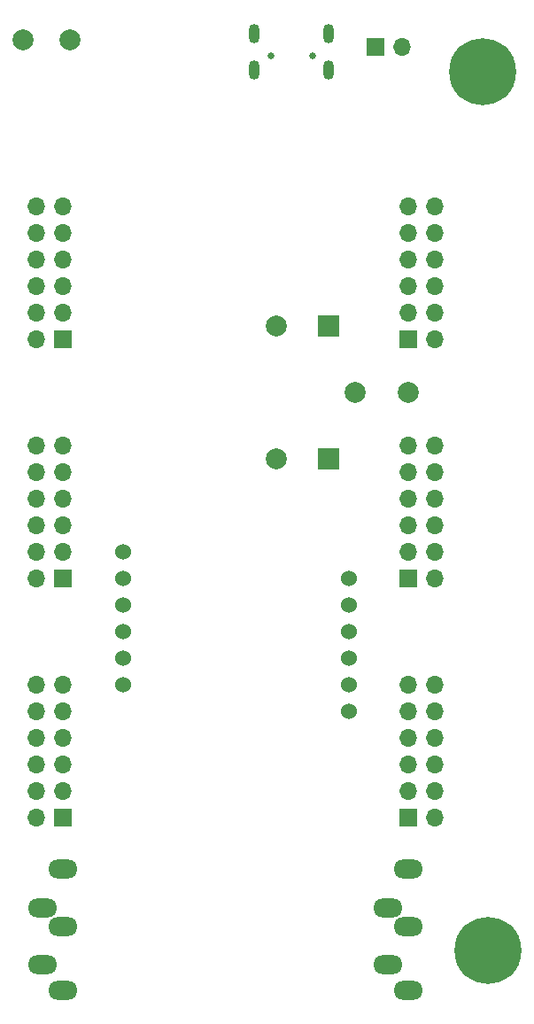
<source format=gbr>
%TF.GenerationSoftware,KiCad,Pcbnew,7.0.10*%
%TF.CreationDate,2024-01-02T11:24:53+01:00*%
%TF.ProjectId,sim800x_break,73696d38-3030-4785-9f62-7265616b2e6b,rev?*%
%TF.SameCoordinates,Original*%
%TF.FileFunction,Soldermask,Bot*%
%TF.FilePolarity,Negative*%
%FSLAX46Y46*%
G04 Gerber Fmt 4.6, Leading zero omitted, Abs format (unit mm)*
G04 Created by KiCad (PCBNEW 7.0.10) date 2024-01-02 11:24:53*
%MOMM*%
%LPD*%
G01*
G04 APERTURE LIST*
%ADD10R,1.700000X1.700000*%
%ADD11O,1.700000X1.700000*%
%ADD12C,2.000000*%
%ADD13C,0.800000*%
%ADD14C,6.400000*%
%ADD15R,2.000000X2.000000*%
%ADD16C,0.650000*%
%ADD17O,1.050000X1.850000*%
%ADD18O,2.800000X1.800000*%
%ADD19C,1.524000*%
G04 APERTURE END LIST*
D10*
%TO.C,PMOD4*%
X111760000Y-68580000D03*
D11*
X114300000Y-68580000D03*
X111760000Y-66040000D03*
X114300000Y-66040000D03*
X111760000Y-63500000D03*
X114300000Y-63500000D03*
X111760000Y-60960000D03*
X114300000Y-60960000D03*
X111760000Y-58420000D03*
X114300000Y-58420000D03*
X111760000Y-55880000D03*
X114300000Y-55880000D03*
%TD*%
D10*
%TO.C,PMOD3*%
X78740000Y-114300000D03*
D11*
X76200000Y-114300000D03*
X78740000Y-111760000D03*
X76200000Y-111760000D03*
X78740000Y-109220000D03*
X76200000Y-109220000D03*
X78740000Y-106680000D03*
X76200000Y-106680000D03*
X78740000Y-104140000D03*
X76200000Y-104140000D03*
X78740000Y-101600000D03*
X76200000Y-101600000D03*
%TD*%
D10*
%TO.C,PMOD2*%
X78740000Y-91440000D03*
D11*
X76200000Y-91440000D03*
X78740000Y-88900000D03*
X76200000Y-88900000D03*
X78740000Y-86360000D03*
X76200000Y-86360000D03*
X78740000Y-83820000D03*
X76200000Y-83820000D03*
X78740000Y-81280000D03*
X76200000Y-81280000D03*
X78740000Y-78740000D03*
X76200000Y-78740000D03*
%TD*%
D10*
%TO.C,PMOD1*%
X78740000Y-68580000D03*
D11*
X76200000Y-68580000D03*
X78740000Y-66040000D03*
X76200000Y-66040000D03*
X78740000Y-63500000D03*
X76200000Y-63500000D03*
X78740000Y-60960000D03*
X76200000Y-60960000D03*
X78740000Y-58420000D03*
X76200000Y-58420000D03*
X78740000Y-55880000D03*
X76200000Y-55880000D03*
%TD*%
D12*
%TO.C,TP3*%
X74930000Y-40005000D03*
%TD*%
D13*
%TO.C,H2*%
X119380000Y-124600000D03*
X121077056Y-125302944D03*
X117682944Y-125302944D03*
X121780000Y-127000000D03*
D14*
X119380000Y-127000000D03*
D13*
X116980000Y-127000000D03*
X121077056Y-128697056D03*
X117682944Y-128697056D03*
X119380000Y-129400000D03*
%TD*%
D15*
%TO.C,C14*%
X104140000Y-67310000D03*
D12*
X99140000Y-67310000D03*
%TD*%
D16*
%TO.C,J5*%
X102584000Y-41500000D03*
X98584000Y-41500000D03*
D17*
X104159000Y-42820000D03*
X104159000Y-39370000D03*
X97034000Y-42820000D03*
X97009000Y-39370000D03*
%TD*%
D13*
%TO.C,H1*%
X118835000Y-40640000D03*
X120532056Y-41342944D03*
X117137944Y-41342944D03*
X121235000Y-43040000D03*
D14*
X118835000Y-43040000D03*
D13*
X116435000Y-43040000D03*
X120532056Y-44737056D03*
X117137944Y-44737056D03*
X118835000Y-45440000D03*
%TD*%
D10*
%TO.C,PMOD5*%
X111760000Y-114300000D03*
D11*
X114300000Y-114300000D03*
X111760000Y-111760000D03*
X114300000Y-111760000D03*
X111760000Y-109220000D03*
X114300000Y-109220000D03*
X111760000Y-106680000D03*
X114300000Y-106680000D03*
X111760000Y-104140000D03*
X114300000Y-104140000D03*
X111760000Y-101600000D03*
X114300000Y-101600000D03*
%TD*%
D12*
%TO.C,TP1*%
X111760000Y-73660000D03*
%TD*%
%TO.C,TP4*%
X106680000Y-73660000D03*
%TD*%
D18*
%TO.C,J2*%
X109760000Y-122910000D03*
X111760000Y-124710000D03*
X111760000Y-130810000D03*
X109760000Y-128410000D03*
X111760000Y-119210000D03*
%TD*%
D10*
%TO.C,J1*%
X108585000Y-40640000D03*
D11*
X111125000Y-40640000D03*
%TD*%
D12*
%TO.C,TP2*%
X79375000Y-40005000D03*
%TD*%
D19*
%TO.C,U1*%
X106045000Y-104140000D03*
X106045000Y-101600000D03*
X106045000Y-99060000D03*
X106045000Y-96520000D03*
X106045000Y-93980000D03*
X106045000Y-91440000D03*
X84455000Y-88900000D03*
X84455000Y-91440000D03*
X84455000Y-93980000D03*
X84455000Y-96520000D03*
X84455000Y-99060000D03*
X84455000Y-101600000D03*
%TD*%
D18*
%TO.C,J3*%
X76740000Y-122910000D03*
X78740000Y-124710000D03*
X78740000Y-130810000D03*
X76740000Y-128410000D03*
X78740000Y-119210000D03*
%TD*%
D15*
%TO.C,C8*%
X104140000Y-80010000D03*
D12*
X99140000Y-80010000D03*
%TD*%
D10*
%TO.C,PMOD6*%
X111760000Y-91440000D03*
D11*
X114300000Y-91440000D03*
X111760000Y-88900000D03*
X114300000Y-88900000D03*
X111760000Y-86360000D03*
X114300000Y-86360000D03*
X111760000Y-83820000D03*
X114300000Y-83820000D03*
X111760000Y-81280000D03*
X114300000Y-81280000D03*
X111760000Y-78740000D03*
X114300000Y-78740000D03*
%TD*%
M02*

</source>
